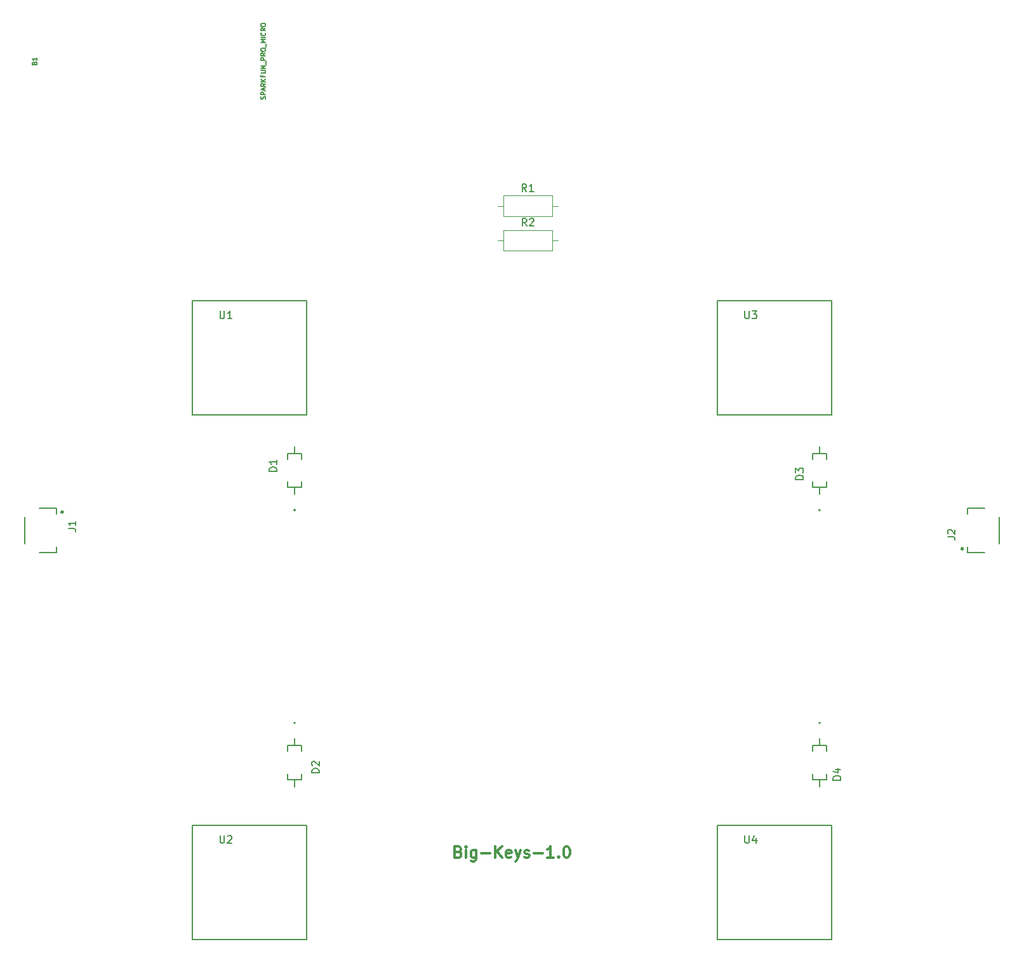
<source format=gbr>
%TF.GenerationSoftware,KiCad,Pcbnew,(6.0.7)*%
%TF.CreationDate,2023-05-31T01:42:51-04:00*%
%TF.ProjectId,Big_Keys_Keyboard,4269675f-4b65-4797-935f-4b6579626f61,rev?*%
%TF.SameCoordinates,Original*%
%TF.FileFunction,Legend,Top*%
%TF.FilePolarity,Positive*%
%FSLAX46Y46*%
G04 Gerber Fmt 4.6, Leading zero omitted, Abs format (unit mm)*
G04 Created by KiCad (PCBNEW (6.0.7)) date 2023-05-31 01:42:51*
%MOMM*%
%LPD*%
G01*
G04 APERTURE LIST*
%ADD10C,0.300000*%
%ADD11C,0.150000*%
%ADD12C,0.127000*%
%ADD13C,0.200000*%
%ADD14C,0.120000*%
G04 APERTURE END LIST*
D10*
X118857142Y-153892857D02*
X119071428Y-153964285D01*
X119142857Y-154035714D01*
X119214285Y-154178571D01*
X119214285Y-154392857D01*
X119142857Y-154535714D01*
X119071428Y-154607142D01*
X118928571Y-154678571D01*
X118357142Y-154678571D01*
X118357142Y-153178571D01*
X118857142Y-153178571D01*
X119000000Y-153250000D01*
X119071428Y-153321428D01*
X119142857Y-153464285D01*
X119142857Y-153607142D01*
X119071428Y-153750000D01*
X119000000Y-153821428D01*
X118857142Y-153892857D01*
X118357142Y-153892857D01*
X119857142Y-154678571D02*
X119857142Y-153678571D01*
X119857142Y-153178571D02*
X119785714Y-153250000D01*
X119857142Y-153321428D01*
X119928571Y-153250000D01*
X119857142Y-153178571D01*
X119857142Y-153321428D01*
X121214285Y-153678571D02*
X121214285Y-154892857D01*
X121142857Y-155035714D01*
X121071428Y-155107142D01*
X120928571Y-155178571D01*
X120714285Y-155178571D01*
X120571428Y-155107142D01*
X121214285Y-154607142D02*
X121071428Y-154678571D01*
X120785714Y-154678571D01*
X120642857Y-154607142D01*
X120571428Y-154535714D01*
X120500000Y-154392857D01*
X120500000Y-153964285D01*
X120571428Y-153821428D01*
X120642857Y-153750000D01*
X120785714Y-153678571D01*
X121071428Y-153678571D01*
X121214285Y-153750000D01*
X121928571Y-154107142D02*
X123071428Y-154107142D01*
X123785714Y-154678571D02*
X123785714Y-153178571D01*
X124642857Y-154678571D02*
X124000000Y-153821428D01*
X124642857Y-153178571D02*
X123785714Y-154035714D01*
X125857142Y-154607142D02*
X125714285Y-154678571D01*
X125428571Y-154678571D01*
X125285714Y-154607142D01*
X125214285Y-154464285D01*
X125214285Y-153892857D01*
X125285714Y-153750000D01*
X125428571Y-153678571D01*
X125714285Y-153678571D01*
X125857142Y-153750000D01*
X125928571Y-153892857D01*
X125928571Y-154035714D01*
X125214285Y-154178571D01*
X126428571Y-153678571D02*
X126785714Y-154678571D01*
X127142857Y-153678571D02*
X126785714Y-154678571D01*
X126642857Y-155035714D01*
X126571428Y-155107142D01*
X126428571Y-155178571D01*
X127642857Y-154607142D02*
X127785714Y-154678571D01*
X128071428Y-154678571D01*
X128214285Y-154607142D01*
X128285714Y-154464285D01*
X128285714Y-154392857D01*
X128214285Y-154250000D01*
X128071428Y-154178571D01*
X127857142Y-154178571D01*
X127714285Y-154107142D01*
X127642857Y-153964285D01*
X127642857Y-153892857D01*
X127714285Y-153750000D01*
X127857142Y-153678571D01*
X128071428Y-153678571D01*
X128214285Y-153750000D01*
X128928571Y-154107142D02*
X130071428Y-154107142D01*
X131571428Y-154678571D02*
X130714285Y-154678571D01*
X131142857Y-154678571D02*
X131142857Y-153178571D01*
X131000000Y-153392857D01*
X130857142Y-153535714D01*
X130714285Y-153607142D01*
X132214285Y-154535714D02*
X132285714Y-154607142D01*
X132214285Y-154678571D01*
X132142857Y-154607142D01*
X132214285Y-154535714D01*
X132214285Y-154678571D01*
X133214285Y-153178571D02*
X133357142Y-153178571D01*
X133500000Y-153250000D01*
X133571428Y-153321428D01*
X133642857Y-153464285D01*
X133714285Y-153750000D01*
X133714285Y-154107142D01*
X133642857Y-154392857D01*
X133571428Y-154535714D01*
X133500000Y-154607142D01*
X133357142Y-154678571D01*
X133214285Y-154678571D01*
X133071428Y-154607142D01*
X133000000Y-154535714D01*
X132928571Y-154392857D01*
X132857142Y-154107142D01*
X132857142Y-153750000D01*
X132928571Y-153464285D01*
X133000000Y-153321428D01*
X133071428Y-153250000D01*
X133214285Y-153178571D01*
D11*
%TO.C,D1*%
X94609222Y-103126025D02*
X93609120Y-103126025D01*
X93609120Y-102887906D01*
X93656744Y-102745034D01*
X93751991Y-102649786D01*
X93847239Y-102602162D01*
X94037735Y-102554538D01*
X94180606Y-102554538D01*
X94371102Y-102602162D01*
X94466350Y-102649786D01*
X94561598Y-102745034D01*
X94609222Y-102887906D01*
X94609222Y-103126025D01*
X94609222Y-101602060D02*
X94609222Y-102173547D01*
X94609222Y-101887804D02*
X93609120Y-101887804D01*
X93751991Y-101983051D01*
X93847239Y-102078299D01*
X93894863Y-102173547D01*
%TO.C,D3*%
X164834677Y-104214670D02*
X163834575Y-104214670D01*
X163834575Y-103976551D01*
X163882199Y-103833679D01*
X163977446Y-103738431D01*
X164072694Y-103690807D01*
X164263190Y-103643183D01*
X164406061Y-103643183D01*
X164596557Y-103690807D01*
X164691805Y-103738431D01*
X164787053Y-103833679D01*
X164834677Y-103976551D01*
X164834677Y-104214670D01*
X163834575Y-103309816D02*
X163834575Y-102690705D01*
X164215566Y-103024072D01*
X164215566Y-102881201D01*
X164263190Y-102785953D01*
X164310814Y-102738329D01*
X164406061Y-102690705D01*
X164644181Y-102690705D01*
X164739429Y-102738329D01*
X164787053Y-102785953D01*
X164834677Y-102881201D01*
X164834677Y-103166944D01*
X164787053Y-103262192D01*
X164739429Y-103309816D01*
D12*
%TO.C,B1*%
X62316457Y-48646742D02*
X62345485Y-48559657D01*
X62374514Y-48530628D01*
X62432571Y-48501600D01*
X62519657Y-48501600D01*
X62577714Y-48530628D01*
X62606742Y-48559657D01*
X62635771Y-48617714D01*
X62635771Y-48849942D01*
X62026171Y-48849942D01*
X62026171Y-48646742D01*
X62055200Y-48588685D01*
X62084228Y-48559657D01*
X62142285Y-48530628D01*
X62200342Y-48530628D01*
X62258400Y-48559657D01*
X62287428Y-48588685D01*
X62316457Y-48646742D01*
X62316457Y-48849942D01*
X62635771Y-47921028D02*
X62635771Y-48269371D01*
X62635771Y-48095200D02*
X62026171Y-48095200D01*
X62113257Y-48153257D01*
X62171314Y-48211314D01*
X62200342Y-48269371D01*
X93086742Y-53465485D02*
X93115771Y-53378400D01*
X93115771Y-53233257D01*
X93086742Y-53175200D01*
X93057714Y-53146171D01*
X92999657Y-53117142D01*
X92941600Y-53117142D01*
X92883542Y-53146171D01*
X92854514Y-53175200D01*
X92825485Y-53233257D01*
X92796457Y-53349371D01*
X92767428Y-53407428D01*
X92738400Y-53436457D01*
X92680342Y-53465485D01*
X92622285Y-53465485D01*
X92564228Y-53436457D01*
X92535200Y-53407428D01*
X92506171Y-53349371D01*
X92506171Y-53204228D01*
X92535200Y-53117142D01*
X93115771Y-52855885D02*
X92506171Y-52855885D01*
X92506171Y-52623657D01*
X92535200Y-52565600D01*
X92564228Y-52536571D01*
X92622285Y-52507542D01*
X92709371Y-52507542D01*
X92767428Y-52536571D01*
X92796457Y-52565600D01*
X92825485Y-52623657D01*
X92825485Y-52855885D01*
X92941600Y-52275314D02*
X92941600Y-51985028D01*
X93115771Y-52333371D02*
X92506171Y-52130171D01*
X93115771Y-51926971D01*
X93115771Y-51375428D02*
X92825485Y-51578628D01*
X93115771Y-51723771D02*
X92506171Y-51723771D01*
X92506171Y-51491542D01*
X92535200Y-51433485D01*
X92564228Y-51404457D01*
X92622285Y-51375428D01*
X92709371Y-51375428D01*
X92767428Y-51404457D01*
X92796457Y-51433485D01*
X92825485Y-51491542D01*
X92825485Y-51723771D01*
X93115771Y-51114171D02*
X92506171Y-51114171D01*
X93115771Y-50765828D02*
X92767428Y-51027085D01*
X92506171Y-50765828D02*
X92854514Y-51114171D01*
X92796457Y-50301371D02*
X92796457Y-50504571D01*
X93115771Y-50504571D02*
X92506171Y-50504571D01*
X92506171Y-50214285D01*
X92506171Y-49982057D02*
X92999657Y-49982057D01*
X93057714Y-49953028D01*
X93086742Y-49924000D01*
X93115771Y-49865942D01*
X93115771Y-49749828D01*
X93086742Y-49691771D01*
X93057714Y-49662742D01*
X92999657Y-49633714D01*
X92506171Y-49633714D01*
X93115771Y-49343428D02*
X92506171Y-49343428D01*
X93115771Y-48995085D01*
X92506171Y-48995085D01*
X93173828Y-48849942D02*
X93173828Y-48385485D01*
X93115771Y-48240342D02*
X92506171Y-48240342D01*
X92506171Y-48008114D01*
X92535200Y-47950057D01*
X92564228Y-47921028D01*
X92622285Y-47892000D01*
X92709371Y-47892000D01*
X92767428Y-47921028D01*
X92796457Y-47950057D01*
X92825485Y-48008114D01*
X92825485Y-48240342D01*
X93115771Y-47282400D02*
X92825485Y-47485600D01*
X93115771Y-47630742D02*
X92506171Y-47630742D01*
X92506171Y-47398514D01*
X92535200Y-47340457D01*
X92564228Y-47311428D01*
X92622285Y-47282400D01*
X92709371Y-47282400D01*
X92767428Y-47311428D01*
X92796457Y-47340457D01*
X92825485Y-47398514D01*
X92825485Y-47630742D01*
X92506171Y-46905028D02*
X92506171Y-46788914D01*
X92535200Y-46730857D01*
X92593257Y-46672800D01*
X92709371Y-46643771D01*
X92912571Y-46643771D01*
X93028685Y-46672800D01*
X93086742Y-46730857D01*
X93115771Y-46788914D01*
X93115771Y-46905028D01*
X93086742Y-46963085D01*
X93028685Y-47021142D01*
X92912571Y-47050171D01*
X92709371Y-47050171D01*
X92593257Y-47021142D01*
X92535200Y-46963085D01*
X92506171Y-46905028D01*
X93173828Y-46527657D02*
X93173828Y-46063200D01*
X93115771Y-45918057D02*
X92506171Y-45918057D01*
X92941600Y-45714857D01*
X92506171Y-45511657D01*
X93115771Y-45511657D01*
X93115771Y-45221371D02*
X92506171Y-45221371D01*
X93057714Y-44582742D02*
X93086742Y-44611771D01*
X93115771Y-44698857D01*
X93115771Y-44756914D01*
X93086742Y-44844000D01*
X93028685Y-44902057D01*
X92970628Y-44931085D01*
X92854514Y-44960114D01*
X92767428Y-44960114D01*
X92651314Y-44931085D01*
X92593257Y-44902057D01*
X92535200Y-44844000D01*
X92506171Y-44756914D01*
X92506171Y-44698857D01*
X92535200Y-44611771D01*
X92564228Y-44582742D01*
X93115771Y-43973142D02*
X92825485Y-44176342D01*
X93115771Y-44321485D02*
X92506171Y-44321485D01*
X92506171Y-44089257D01*
X92535200Y-44031200D01*
X92564228Y-44002171D01*
X92622285Y-43973142D01*
X92709371Y-43973142D01*
X92767428Y-44002171D01*
X92796457Y-44031200D01*
X92825485Y-44089257D01*
X92825485Y-44321485D01*
X92506171Y-43595771D02*
X92506171Y-43479657D01*
X92535200Y-43421600D01*
X92593257Y-43363542D01*
X92709371Y-43334514D01*
X92912571Y-43334514D01*
X93028685Y-43363542D01*
X93086742Y-43421600D01*
X93115771Y-43479657D01*
X93115771Y-43595771D01*
X93086742Y-43653828D01*
X93028685Y-43711885D01*
X92912571Y-43740914D01*
X92709371Y-43740914D01*
X92593257Y-43711885D01*
X92535200Y-43653828D01*
X92506171Y-43595771D01*
D11*
%TO.C,U3*%
X157063095Y-81737380D02*
X157063095Y-82546904D01*
X157110714Y-82642142D01*
X157158333Y-82689761D01*
X157253571Y-82737380D01*
X157444047Y-82737380D01*
X157539285Y-82689761D01*
X157586904Y-82642142D01*
X157634523Y-82546904D01*
X157634523Y-81737380D01*
X158015476Y-81737380D02*
X158634523Y-81737380D01*
X158301190Y-82118333D01*
X158444047Y-82118333D01*
X158539285Y-82165952D01*
X158586904Y-82213571D01*
X158634523Y-82308809D01*
X158634523Y-82546904D01*
X158586904Y-82642142D01*
X158539285Y-82689761D01*
X158444047Y-82737380D01*
X158158333Y-82737380D01*
X158063095Y-82689761D01*
X158015476Y-82642142D01*
%TO.C,U1*%
X87063095Y-81737380D02*
X87063095Y-82546904D01*
X87110714Y-82642142D01*
X87158333Y-82689761D01*
X87253571Y-82737380D01*
X87444047Y-82737380D01*
X87539285Y-82689761D01*
X87586904Y-82642142D01*
X87634523Y-82546904D01*
X87634523Y-81737380D01*
X88634523Y-82737380D02*
X88063095Y-82737380D01*
X88348809Y-82737380D02*
X88348809Y-81737380D01*
X88253571Y-81880238D01*
X88158333Y-81975476D01*
X88063095Y-82023095D01*
%TO.C,R1*%
X127933333Y-65782380D02*
X127600000Y-65306190D01*
X127361904Y-65782380D02*
X127361904Y-64782380D01*
X127742857Y-64782380D01*
X127838095Y-64830000D01*
X127885714Y-64877619D01*
X127933333Y-64972857D01*
X127933333Y-65115714D01*
X127885714Y-65210952D01*
X127838095Y-65258571D01*
X127742857Y-65306190D01*
X127361904Y-65306190D01*
X128885714Y-65782380D02*
X128314285Y-65782380D01*
X128600000Y-65782380D02*
X128600000Y-64782380D01*
X128504761Y-64925238D01*
X128409523Y-65020476D01*
X128314285Y-65068095D01*
%TO.C,U2*%
X87063095Y-151737380D02*
X87063095Y-152546904D01*
X87110714Y-152642142D01*
X87158333Y-152689761D01*
X87253571Y-152737380D01*
X87444047Y-152737380D01*
X87539285Y-152689761D01*
X87586904Y-152642142D01*
X87634523Y-152546904D01*
X87634523Y-151737380D01*
X88063095Y-151832619D02*
X88110714Y-151785000D01*
X88205952Y-151737380D01*
X88444047Y-151737380D01*
X88539285Y-151785000D01*
X88586904Y-151832619D01*
X88634523Y-151927857D01*
X88634523Y-152023095D01*
X88586904Y-152165952D01*
X88015476Y-152737380D01*
X88634523Y-152737380D01*
%TO.C,J2*%
X184084053Y-111878819D02*
X184799177Y-111878819D01*
X184942201Y-111926494D01*
X185037551Y-112021844D01*
X185085226Y-112164868D01*
X185085226Y-112260218D01*
X184179403Y-111449745D02*
X184131728Y-111402070D01*
X184084053Y-111306720D01*
X184084053Y-111068345D01*
X184131728Y-110972996D01*
X184179403Y-110925321D01*
X184274753Y-110877646D01*
X184370103Y-110877646D01*
X184513127Y-110925321D01*
X185085226Y-111497420D01*
X185085226Y-110877646D01*
%TO.C,D2*%
X100295632Y-143350315D02*
X99295530Y-143350315D01*
X99295530Y-143112196D01*
X99343154Y-142969324D01*
X99438401Y-142874076D01*
X99533649Y-142826452D01*
X99724145Y-142778828D01*
X99867016Y-142778828D01*
X100057512Y-142826452D01*
X100152760Y-142874076D01*
X100248008Y-142969324D01*
X100295632Y-143112196D01*
X100295632Y-143350315D01*
X99390777Y-142397837D02*
X99343154Y-142350213D01*
X99295530Y-142254965D01*
X99295530Y-142016846D01*
X99343154Y-141921598D01*
X99390777Y-141873974D01*
X99486025Y-141826350D01*
X99581273Y-141826350D01*
X99724145Y-141873974D01*
X100295632Y-142445461D01*
X100295632Y-141826350D01*
%TO.C,J1*%
X66819423Y-110788629D02*
X67534547Y-110788629D01*
X67677571Y-110836304D01*
X67772921Y-110931654D01*
X67820596Y-111074678D01*
X67820596Y-111170028D01*
X67820596Y-109787456D02*
X67820596Y-110359555D01*
X67820596Y-110073505D02*
X66819423Y-110073505D01*
X66962448Y-110168855D01*
X67057798Y-110264205D01*
X67105473Y-110359555D01*
%TO.C,R2*%
X127953333Y-70382380D02*
X127620000Y-69906190D01*
X127381904Y-70382380D02*
X127381904Y-69382380D01*
X127762857Y-69382380D01*
X127858095Y-69430000D01*
X127905714Y-69477619D01*
X127953333Y-69572857D01*
X127953333Y-69715714D01*
X127905714Y-69810952D01*
X127858095Y-69858571D01*
X127762857Y-69906190D01*
X127381904Y-69906190D01*
X128334285Y-69477619D02*
X128381904Y-69430000D01*
X128477142Y-69382380D01*
X128715238Y-69382380D01*
X128810476Y-69430000D01*
X128858095Y-69477619D01*
X128905714Y-69572857D01*
X128905714Y-69668095D01*
X128858095Y-69810952D01*
X128286666Y-70382380D01*
X128905714Y-70382380D01*
%TO.C,U4*%
X157063095Y-151737380D02*
X157063095Y-152546904D01*
X157110714Y-152642142D01*
X157158333Y-152689761D01*
X157253571Y-152737380D01*
X157444047Y-152737380D01*
X157539285Y-152689761D01*
X157586904Y-152642142D01*
X157634523Y-152546904D01*
X157634523Y-151737380D01*
X158539285Y-152070714D02*
X158539285Y-152737380D01*
X158301190Y-151689761D02*
X158063095Y-152404047D01*
X158682142Y-152404047D01*
%TO.C,D4*%
X169833677Y-144325670D02*
X168833575Y-144325670D01*
X168833575Y-144087551D01*
X168881199Y-143944679D01*
X168976446Y-143849431D01*
X169071694Y-143801807D01*
X169262190Y-143754183D01*
X169405061Y-143754183D01*
X169595557Y-143801807D01*
X169690805Y-143849431D01*
X169786053Y-143944679D01*
X169833677Y-144087551D01*
X169833677Y-144325670D01*
X169166942Y-142896953D02*
X169833677Y-142896953D01*
X168785951Y-143135072D02*
X169500309Y-143373192D01*
X169500309Y-142754081D01*
D12*
%TO.C,D1*%
X97960000Y-101480000D02*
X97960000Y-100720000D01*
X97000000Y-105280000D02*
X97950000Y-105280000D01*
X96040000Y-101480000D02*
X96040000Y-100720000D01*
X97000000Y-105280000D02*
X97000000Y-106200000D01*
X97960000Y-105280000D02*
X97960000Y-104520000D01*
X96040000Y-105280000D02*
X97000000Y-105280000D01*
X97000000Y-100720000D02*
X97960000Y-100720000D01*
X97000000Y-99800000D02*
X97000000Y-100720000D01*
X96050000Y-100720000D02*
X97000000Y-100720000D01*
X96040000Y-105280000D02*
X96040000Y-104520000D01*
D13*
X97100000Y-108300000D02*
G75*
G03*
X97100000Y-108300000I-100000J0D01*
G01*
D12*
%TO.C,D3*%
X166040000Y-105280000D02*
X166040000Y-104520000D01*
X167960000Y-105280000D02*
X167960000Y-104520000D01*
X167960000Y-101480000D02*
X167960000Y-100720000D01*
X166040000Y-105280000D02*
X167000000Y-105280000D01*
X166040000Y-101480000D02*
X166040000Y-100720000D01*
X167000000Y-100720000D02*
X167960000Y-100720000D01*
X167000000Y-105280000D02*
X167950000Y-105280000D01*
X166050000Y-100720000D02*
X167000000Y-100720000D01*
X167000000Y-99800000D02*
X167000000Y-100720000D01*
X167000000Y-105280000D02*
X167000000Y-106200000D01*
D13*
X167100000Y-108300000D02*
G75*
G03*
X167100000Y-108300000I-100000J0D01*
G01*
D12*
%TO.C,U3*%
X153380000Y-95620000D02*
X153380000Y-80380000D01*
X168620000Y-95620000D02*
X153380000Y-95620000D01*
X153380000Y-80380000D02*
X168620000Y-80380000D01*
X168620000Y-80380000D02*
X168620000Y-95620000D01*
%TO.C,U1*%
X83380000Y-95620000D02*
X83380000Y-80380000D01*
X83380000Y-80380000D02*
X98620000Y-80380000D01*
X98620000Y-80380000D02*
X98620000Y-95620000D01*
X98620000Y-95620000D02*
X83380000Y-95620000D01*
D14*
%TO.C,R1*%
X124830000Y-66330000D02*
X124830000Y-69070000D01*
X131370000Y-66330000D02*
X124830000Y-66330000D01*
X132140000Y-67700000D02*
X131370000Y-67700000D01*
X131370000Y-69070000D02*
X131370000Y-66330000D01*
X124060000Y-67700000D02*
X124830000Y-67700000D01*
X124830000Y-69070000D02*
X131370000Y-69070000D01*
D12*
%TO.C,U2*%
X98620000Y-150380000D02*
X98620000Y-165620000D01*
X83380000Y-150380000D02*
X98620000Y-150380000D01*
X98620000Y-165620000D02*
X83380000Y-165620000D01*
X83380000Y-165620000D02*
X83380000Y-150380000D01*
%TO.C,J2*%
X186725000Y-113200000D02*
X186725000Y-114000000D01*
X186725000Y-108000000D02*
X189000000Y-108000000D01*
X186725000Y-114000000D02*
X189000000Y-114000000D01*
X190975000Y-112800000D02*
X190975000Y-109200000D01*
X186725000Y-108800000D02*
X186725000Y-108000000D01*
D10*
X186115000Y-113450000D02*
G75*
G03*
X186115000Y-113450000I-100000J0D01*
G01*
D12*
%TO.C,D2*%
X96040000Y-143520000D02*
X96040000Y-144280000D01*
X97000000Y-144280000D02*
X96040000Y-144280000D01*
X97000000Y-139720000D02*
X96050000Y-139720000D01*
X97000000Y-145200000D02*
X97000000Y-144280000D01*
X97950000Y-144280000D02*
X97000000Y-144280000D01*
X97960000Y-139720000D02*
X97960000Y-140480000D01*
X97960000Y-139720000D02*
X97000000Y-139720000D01*
X96040000Y-139720000D02*
X96040000Y-140480000D01*
X97000000Y-139720000D02*
X97000000Y-138800000D01*
X97960000Y-143520000D02*
X97960000Y-144280000D01*
D13*
X97100000Y-136700000D02*
G75*
G03*
X97100000Y-136700000I-100000J0D01*
G01*
D12*
%TO.C,J1*%
X65275000Y-114000000D02*
X63000000Y-114000000D01*
X65275000Y-108000000D02*
X63000000Y-108000000D01*
X61025000Y-109200000D02*
X61025000Y-112800000D01*
X65275000Y-108800000D02*
X65275000Y-108000000D01*
X65275000Y-113200000D02*
X65275000Y-114000000D01*
D10*
X66085000Y-108550000D02*
G75*
G03*
X66085000Y-108550000I-100000J0D01*
G01*
D14*
%TO.C,R2*%
X124850000Y-73670000D02*
X131390000Y-73670000D01*
X124080000Y-72300000D02*
X124850000Y-72300000D01*
X124850000Y-70930000D02*
X124850000Y-73670000D01*
X132160000Y-72300000D02*
X131390000Y-72300000D01*
X131390000Y-70930000D02*
X124850000Y-70930000D01*
X131390000Y-73670000D02*
X131390000Y-70930000D01*
D12*
%TO.C,U4*%
X153380000Y-150380000D02*
X168620000Y-150380000D01*
X168620000Y-150380000D02*
X168620000Y-165620000D01*
X153380000Y-165620000D02*
X153380000Y-150380000D01*
X168620000Y-165620000D02*
X153380000Y-165620000D01*
%TO.C,D4*%
X167000000Y-139720000D02*
X167000000Y-138800000D01*
X167000000Y-145200000D02*
X167000000Y-144280000D01*
X166040000Y-143520000D02*
X166040000Y-144280000D01*
X167960000Y-139720000D02*
X167960000Y-140480000D01*
X167960000Y-143520000D02*
X167960000Y-144280000D01*
X166040000Y-139720000D02*
X166040000Y-140480000D01*
X167000000Y-144280000D02*
X166040000Y-144280000D01*
X167950000Y-144280000D02*
X167000000Y-144280000D01*
X167960000Y-139720000D02*
X167000000Y-139720000D01*
X167000000Y-139720000D02*
X166050000Y-139720000D01*
D13*
X167100000Y-136700000D02*
G75*
G03*
X167100000Y-136700000I-100000J0D01*
G01*
%TD*%
M02*

</source>
